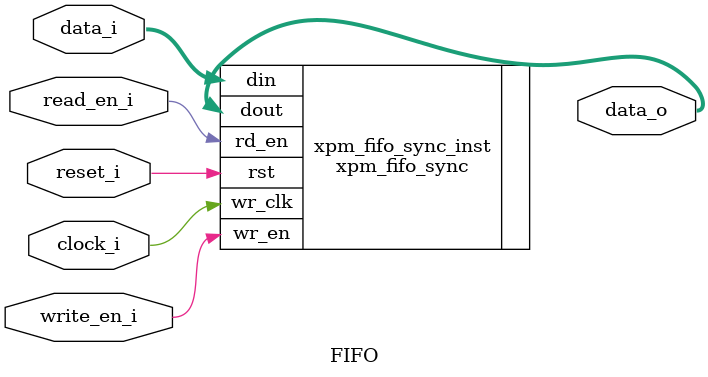
<source format=sv>
`timescale 1ns / 1ps


module FIFO #(parameter WIDTH = 17,
                        DEPTH = 16) (
    input clock_i, reset_i,
    input write_en_i,
    input read_en_i,
    
    input [WIDTH-1:0] data_i,
    
    output [WIDTH-1:0] data_o

    );
    
    
   xpm_fifo_sync #(
      .CASCADE_HEIGHT(0),        // DECIMAL
      .DOUT_RESET_VALUE("0"),    // String
      .ECC_MODE("no_ecc"),       // String
      .FIFO_MEMORY_TYPE("auto"), // String
      .FIFO_READ_LATENCY(0),     // DECIMAL
      .FIFO_WRITE_DEPTH(DEPTH),   // DECIMAL
      .FULL_RESET_VALUE(0),      // DECIMAL
      .READ_DATA_WIDTH(WIDTH),      // DECIMAL
      .READ_MODE("fwft"),         // String
      .SIM_ASSERT_CHK(0),        // DECIMAL; 0=disable simulation messages, 1=enable simulation messages
      .USE_ADV_FEATURES("0000"), // String
      .WAKEUP_TIME(0),           // DECIMAL
      .WRITE_DATA_WIDTH(WIDTH)     // DECIMAL
   )
   xpm_fifo_sync_inst (

      .dout(data_o),

      .din(data_i),

      .rd_en(read_en_i),

      .rst(reset_i),

      .wr_clk(clock_i),

      .wr_en(write_en_i)

   );

    
    
endmodule

</source>
